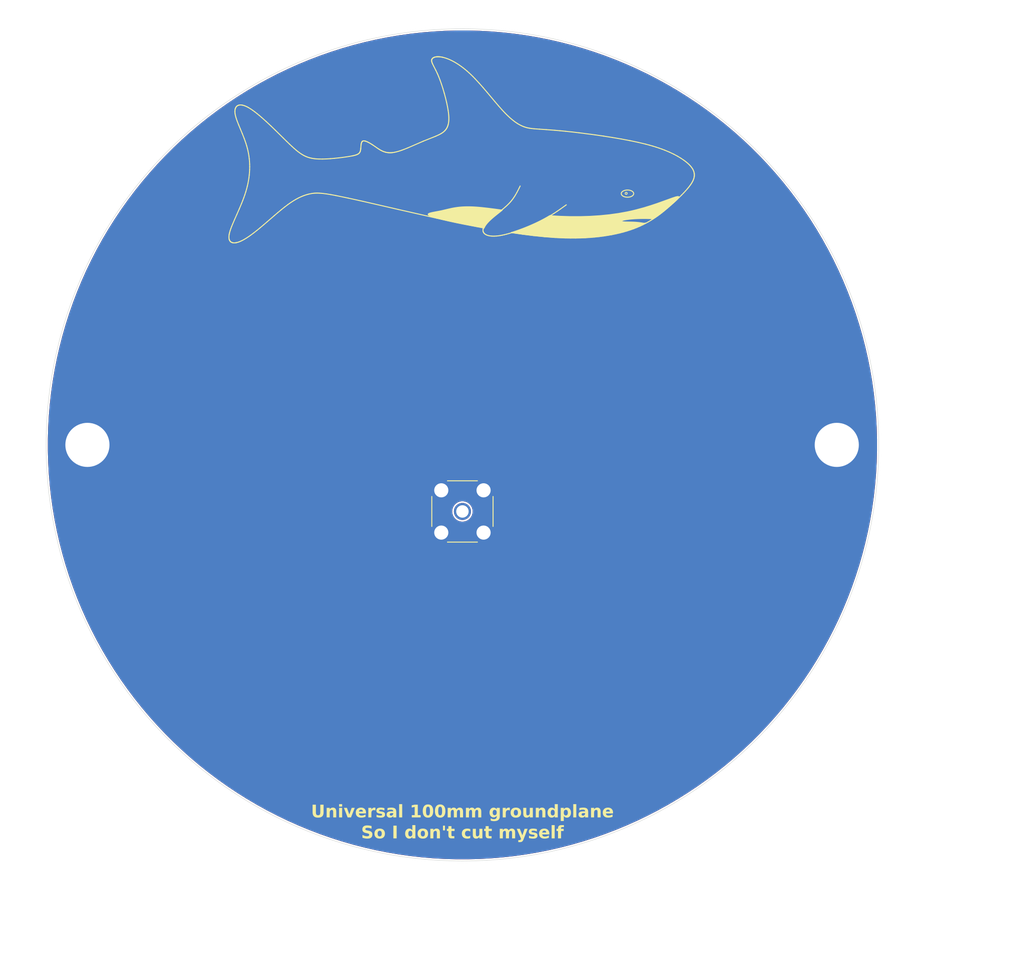
<source format=kicad_pcb>
(kicad_pcb (version 20241229) (generator "pcbnew") (generator_version "9.0")
  (layers (0 "F.Cu" signal) (2 "B.Cu" signal) (13 "F.Paste" user) (15 "B.Paste" user) (5 "F.SilkS" user "F.Silkscreen") (7 "B.SilkS" user "B.Silkscreen") (1 "F.Mask" user) (3 "B.Mask" user) (25 "Edge.Cuts" user))
  (net 0 "")
  (net 1 "GND")
  (net 2 "/RF")
  (footprint "Symbol:Smolhaj_Scale_0.1" (layer "F.Cu") (at 187.393521 67.079362)
    (property "Reference" "REF**" (hide yes))
    (property "Value" "Smolhaj_Scale_0.1")
  )
  (footprint "Connector_Coaxial:SMA_Amphenol_132134_Vertical" (layer "F.Cu") (at 159.54 107.46)
    (property "Reference" "J1" (hide yes))
    (property "Value" "SMA")
    (pad "1" thru_hole circle (at 0 0) (size 2.05 2.05) (drill 1.5) (layers "*.Cu" "*.Mask") (net 2 "/RF"))
    (pad "2" thru_hole circle (at -2.54 -2.54) (size 2.25 2.25) (drill 1.7) (layers "*.Cu" "*.Mask") (net 1 "GND"))
    (pad "2" thru_hole circle (at -2.54 2.54) (size 2.25 2.25) (drill 1.7) (layers "*.Cu" "*.Mask") (net 1 "GND"))
    (pad "2" thru_hole circle (at 2.54 -2.54) (size 2.25 2.25) (drill 1.7) (layers "*.Cu" "*.Mask") (net 1 "GND"))
    (pad "2" thru_hole circle (at 2.54 2.54) (size 2.25 2.25) (drill 1.7) (layers "*.Cu" "*.Mask") (net 1 "GND"))
  )
  (footprint "MountingHole:MountingHole_5.3mm_M5_DIN965_Pad_TopBottom" (layer "F.Cu") (at 204.5 99.46)
    (property "Reference" "H2" (hide yes))
    (property "Value" "M5")
    (pad "1" thru_hole circle (at 0 0) (size 5.7 5.7) (drill 5.3) (layers "*.Cu" "*.Mask") (net 1 "GND"))
    (pad "1" connect circle (at 0 0) (size 9.2 9.2) (layers "F.Cu" "F.Mask") (net 1 "GND"))
    (pad "1" connect circle (at 0 0) (size 9.2 9.2) (layers "B.Cu" "B.Mask") (net 1 "GND"))
  )
  (footprint "MountingHole:MountingHole_5.3mm_M5_DIN965_Pad_TopBottom" (layer "F.Cu") (at 114.5 99.46)
    (property "Reference" "H1" (hide yes))
    (property "Value" "M5")
    (pad "1" thru_hole circle (at 0 0) (size 5.7 5.7) (drill 5.3) (layers "*.Cu" "*.Mask") (net 1 "GND"))
    (pad "1" connect circle (at 0 0) (size 9.2 9.2) (layers "F.Cu" "F.Mask") (net 1 "GND"))
    (pad "1" connect circle (at 0 0) (size 9.2 9.2) (layers "B.Cu" "B.Mask") (net 1 "GND"))
  )
  (gr_circle (center 159.54 99.46) (end 159.54 149.46) (stroke (width 0.05)) (fill no) (layer "Edge.Cuts"))
  (gr_text "Universal 100mm groundplane\nSo I don't cut myself" (at 159.54 147 0) (layer "F.SilkS") (effects (font (size 1.5 1.5) (thickness 0.3) (bold yes)) (justify bottom)))
  (zone (net 1) (net_name "GND") (layers "F.Cu" "B.Cu") (connect_pads yes (clearance 0.2)) (min_thickness 0.25) (fill yes (thermal_gap 0.5) (thermal_bridge_width 0.5))
    (polygon (pts (xy 104 46) (xy 227 46) (xy 227 162) (xy 104 162)))
  )
)
</source>
